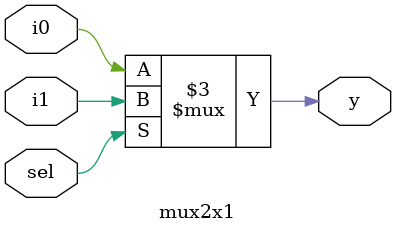
<source format=v>
`timescale 1ns / 1ps

module mux8x1_4x1_2x1(i0,i1,i2,i3,i4,i5,i6,i7,sel0,sel1,sel2,y);
input i0,i1,i2,i3,i4,i5,i6,i7;
input sel0,sel1,sel2;
output y;
wire w1,w2;
mux4x1 mux1(i0,i1,i2,i3,sel1,sel0,w1);
mux4x1 mux2(i4,i5,i6,i7,sel1,sel0,w2);
mux2x1 mux3(w1,w2,sel2,y);
endmodule

module mux4x1(i0,i1,i2,i3,sel0,sel1,y);
input i0,i1,i2,i3;
input sel0,sel1;
output reg y;
always @(i0 or i1 or i2 or i3 or sel0 or sel1)
begin
case({sel0,sel1})
    2'b00: y = i0;
	2'b01: y = i1;
	2'b10: y = i2;
    2'b11: y = i3;
endcase
end	 

endmodule
module mux2x1(i0,i1,sel,y);
input i0,i1;
input sel;
output reg y;

always @(i0 or i1 or sel) begin
if(sel)
    y=i1;
else
    y=i0;
end	
endmodule


</source>
